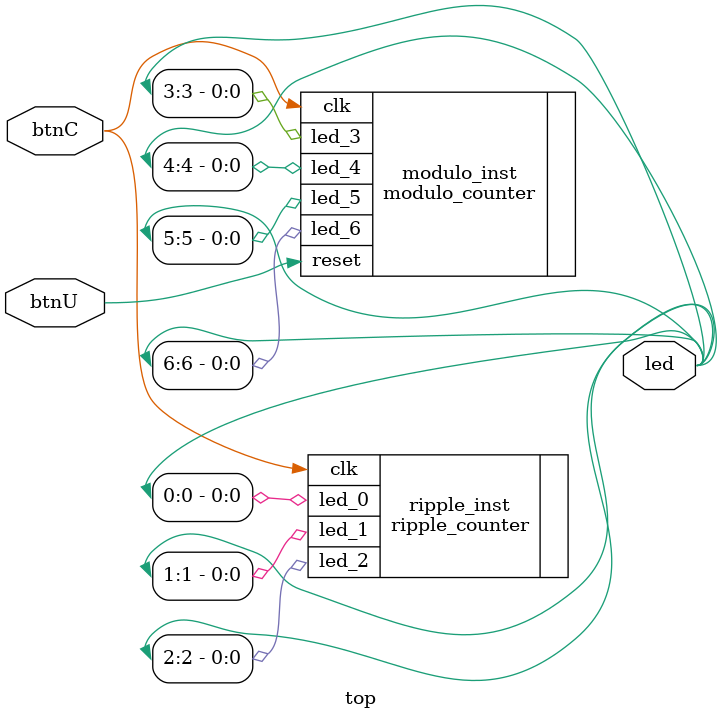
<source format=v>
module top (

    input btnU, 
    input btnC, 
    
    
    output [6:0] led 
);
    
   
    ripple_counter ripple_inst (
        .clk (btnC),
        .led_0 (led[0]), 
        .led_1 (led[1]), 
        .led_2 (led[2]) 
    );
    
   
    modulo_counter modulo_inst (
        .clk   (btnC),
        .reset (btnU),
        .led_3 (led[3]),
        .led_4 (led[4]),
        .led_5 (led[5]), 
        .led_6 (led[6])  
    );

endmodule
</source>
